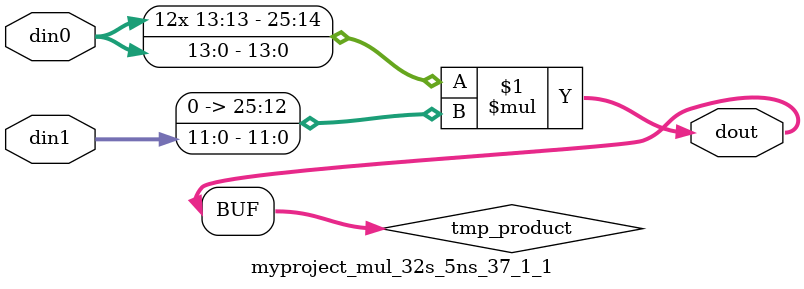
<source format=v>

`timescale 1 ns / 1 ps

  module myproject_mul_32s_5ns_37_1_1(din0, din1, dout);
parameter ID = 1;
parameter NUM_STAGE = 0;
parameter din0_WIDTH = 14;
parameter din1_WIDTH = 12;
parameter dout_WIDTH = 26;

input [din0_WIDTH - 1 : 0] din0; 
input [din1_WIDTH - 1 : 0] din1; 
output [dout_WIDTH - 1 : 0] dout;

wire signed [dout_WIDTH - 1 : 0] tmp_product;












assign tmp_product = $signed(din0) * $signed({1'b0, din1});









assign dout = tmp_product;







endmodule

</source>
